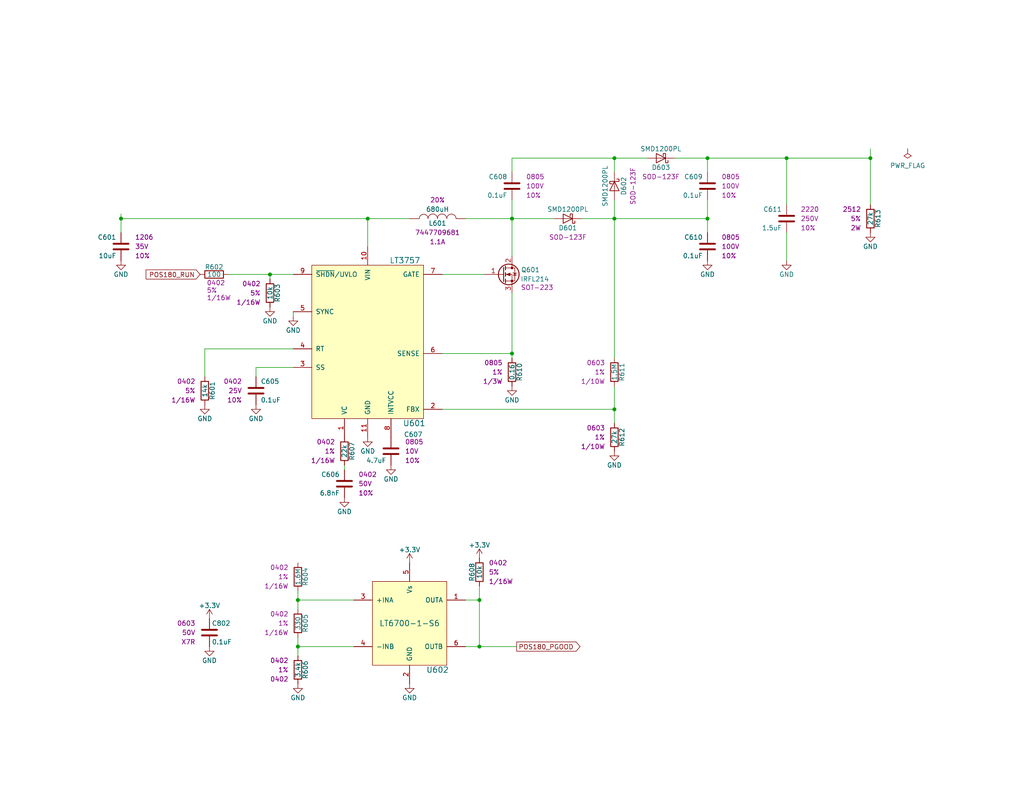
<source format=kicad_sch>
(kicad_sch (version 20230121) (generator eeschema)
  (paper "A")
  (title_block (date "2023-05-12") (rev "PRELIM") (company "Drew Maatman"))
  (lib_symbols
    (symbol "Custom_Library:C_Custom" (pin_numbers hide) (pin_names (offset 0.254))
      (property "Reference" "C" (at 0.635 2.54 0))
      (property "Value" "Custom_Library_C_Custom" (at 0.635 -2.54 0))
      (property "display_footprint" "Foot" (at -3.81 2.54 0))
      (property "Voltage" "V" (at -3.81 0 0))
      (property "Dielectric" "Er" (at -3.81 -2.54 0))
      (symbol "C_Custom_0_1"
        (polyline (pts (xy -2.032 -0.762) (xy 2.032 -0.762)) (stroke (width 0.508)))
        (polyline (pts (xy -2.032 0.762) (xy 2.032 0.762)) (stroke (width 0.508)))
      )
      (symbol "C_Custom_1_1"
        (pin passive line (at 0 3.81 270) (length 2.794) (name "~") (number "1"))
        (pin passive line (at 0 -3.81 90) (length 2.794) (name "~") (number "2"))
      )
    )
    (symbol "Nixie-Clock-rescue:C" (pin_numbers hide) (pin_names (offset 0.254))
      (property "Reference" "C" (at 0.635 2.54 0))
      (property "Value" "C" (at 0.635 -2.54 0))
      (symbol "C_0_1"
        (polyline (pts (xy -2.032 -0.762) (xy 2.032 -0.762)) (stroke (width 0.508)))
        (polyline (pts (xy -2.032 0.762) (xy 2.032 0.762)) (stroke (width 0.508)))
      )
      (symbol "C_1_1"
        (pin passive line (at 0 3.81 270) (length 2.794) (name "~") (number "1"))
        (pin passive line (at 0 -3.81 90) (length 2.794) (name "~") (number "2"))
      )
    )
    (symbol "Nixie-Clock-rescue:D_Schottky" (pin_numbers hide) (pin_names (offset 1.016) hide)
      (property "Reference" "D" (at 0 2.54 0))
      (property "Value" "D_Schottky" (at 0 -2.54 0))
      (symbol "D_Schottky_0_1"
        (polyline (pts (xy 1.27 0) (xy -1.27 0)))
        (polyline (pts (xy 1.27 1.27) (xy 1.27 -1.27) (xy -1.27 0) (xy 1.27 1.27)) (stroke (width 0.2032)))
        (polyline (pts (xy -1.905 0.635) (xy -1.905 1.27) (xy -1.27 1.27) (xy -1.27 -1.27) (xy -0.635 -1.27) (xy -0.635 -0.635)) (stroke (width 0.2032)))
      )
      (symbol "D_Schottky_1_1"
        (pin passive line (at -3.81 0 0) (length 2.54) (name "K") (number "1"))
        (pin passive line (at 3.81 0 180) (length 2.54) (name "A") (number "2"))
      )
    )
    (symbol "Nixie-Clock-rescue:GND" (power) (pin_names (offset 0))
      (property "Value" "GND" (at 0 -3.81 0))
      (symbol "GND_0_1"
        (polyline (pts (xy 0 0) (xy 0 -1.27) (xy 1.27 -1.27) (xy 0 -2.54) (xy -1.27 -1.27) (xy 0 -1.27)))
      )
      (symbol "GND_1_1"
        (pin power_in line (at 0 0 270) (length 0) hide (name "GND") (number "1"))
      )
    )
    (symbol "Nixie-Clock-rescue:INDUCTOR-RESCUE-Nixie_Clock" (pin_numbers hide) (pin_names (offset 1.016) hide)
      (property "Reference" "L" (at -1.27 0 90))
      (property "Value" "INDUCTOR-RESCUE-Nixie_Clock" (at 2.54 0 90))
      (property "Tolerance" "Tol" (at 5.08 0 90))
      (property "Footprint Display" "Foot" (at -3.81 0 90))
      (property "Amperage" "Amp" (at -6.35 0 90))
      (symbol "INDUCTOR-RESCUE-Nixie_Clock_0_1"
        (arc (start 0.0254 -5.0546) (mid 1.2449 -3.8097) (end 0.0254 -2.54))
        (arc (start 0.0254 -2.5146) (mid 1.2703 -1.2444) (end 0.0254 0.0508))
        (arc (start 0.0254 0.0254) (mid 1.2703 1.2956) (end 0.0254 2.5908))
        (arc (start 0.0254 2.5654) (mid 1.1941 3.7595) (end 0.0254 4.9784))
      )
      (symbol "INDUCTOR-RESCUE-Nixie_Clock_1_1"
        (pin passive line (at 0 7.62 270) (length 2.54) (name "1") (number "1"))
        (pin passive line (at 0 -7.62 90) (length 2.54) (name "2") (number "2"))
      )
    )
    (symbol "Nixie-Clock-rescue:LT3757" (pin_names (offset 1.016))
      (property "Reference" "U" (at 12.7 -26.67 0))
      (property "Value" "LT3757" (at 10.16 17.78 0))
      (symbol "LT3757_0_1"
        (rectangle (start -15.24 16.51) (end 15.24 -25.4) (fill (type background)))
      )
      (symbol "LT3757_1_1"
        (pin passive line (at -6.35 -30.48 90) (length 5.08) (name "VC") (number "1"))
        (pin power_in line (at 0 21.59 270) (length 5.08) (name "VIN") (number "10"))
        (pin power_in line (at 0 -30.48 90) (length 5.08) (name "GND") (number "11"))
        (pin input line (at 20.32 -22.86 180) (length 5.08) (name "FBX") (number "2"))
        (pin passive line (at -20.32 -11.43 0) (length 5.08) (name "SS") (number "3"))
        (pin passive line (at -20.32 -6.35 0) (length 5.08) (name "RT") (number "4"))
        (pin input line (at -20.32 3.81 0) (length 5.08) (name "SYNC") (number "5"))
        (pin input line (at 20.32 -7.62 180) (length 5.08) (name "SENSE") (number "6"))
        (pin output line (at 20.32 13.97 180) (length 5.08) (name "GATE") (number "7"))
        (pin passive line (at 6.35 -30.48 90) (length 5.08) (name "INTVCC") (number "8"))
        (pin input line (at -20.32 13.97 0) (length 5.08) (name "~{SHDN}/UVLO") (number "9"))
      )
    )
    (symbol "Nixie-Clock-rescue:LT6700-1-S6" (pin_names (offset 1.016))
      (property "Reference" "U" (at 7.62 -12.7 0))
      (property "Value" "LT6700-1-S6" (at 0 0 0))
      (symbol "LT6700-1-S6_0_1"
        (rectangle (start -10.16 11.43) (end 10.16 -11.43) (fill (type background)))
      )
      (symbol "LT6700-1-S6_1_1"
        (pin open_collector line (at 15.24 6.35 180) (length 5.08) (name "OUTA") (number "1"))
        (pin power_in line (at 0 -16.51 90) (length 5.08) (name "GND") (number "2"))
        (pin input line (at -15.24 6.35 0) (length 5.08) (name "+INA") (number "3"))
        (pin input line (at -15.24 -6.35 0) (length 5.08) (name "-INB") (number "4"))
        (pin power_in line (at 0 16.51 270) (length 5.08) (name "Vs") (number "5"))
        (pin open_collector line (at 15.24 -6.35 180) (length 5.08) (name "OUTB") (number "6"))
      )
    )
    (symbol "Nixie-Clock-rescue:PWR_FLAG" (power) (pin_numbers hide) (pin_names (offset 0) hide)
      (property "Value" "PWR_FLAG" (at 0 3.81 0))
      (symbol "PWR_FLAG_0_0"
        (pin power_out line (at 0 0 90) (length 0) (name "pwr") (number "1"))
      )
      (symbol "PWR_FLAG_0_1"
        (polyline (pts (xy 0 0) (xy 0 1.27) (xy -1.016 1.905) (xy 0 2.54) (xy 1.016 1.905) (xy 0 1.27)))
      )
    )
    (symbol "Nixie-Clock-rescue:Q_NMOS_GDS" (pin_names (offset 0) hide)
      (property "Reference" "Q" (at 5.08 1.27 0))
      (property "Value" "Q_NMOS_GDS" (at 5.08 -1.27 0))
      (symbol "Q_NMOS_GDS_0_1"
        (polyline (pts (xy 0.0508 0) (xy 0.254 0)))
        (polyline (pts (xy 0.762 -1.778) (xy 2.54 -1.778)))
        (polyline (pts (xy 0.762 -1.27) (xy 0.762 -2.286)) (stroke (width 0.254)))
        (polyline (pts (xy 0.762 0) (xy 2.54 0)))
        (polyline (pts (xy 0.762 0.508) (xy 0.762 -0.508)) (stroke (width 0.254)))
        (polyline (pts (xy 0.762 1.778) (xy 2.54 1.778)))
        (polyline (pts (xy 0.762 2.286) (xy 0.762 1.27)) (stroke (width 0.254)))
        (polyline (pts (xy 2.54 -1.778) (xy 2.54 -2.54)))
        (polyline (pts (xy 2.54 -1.778) (xy 2.54 0)))
        (polyline (pts (xy 2.54 2.54) (xy 2.54 1.778)))
        (polyline (pts (xy 0.254 1.905) (xy 0.254 -1.905) (xy 0.254 -1.905)) (stroke (width 0.254)))
        (polyline (pts (xy 1.016 0) (xy 2.032 0.381) (xy 2.032 -0.381) (xy 1.016 0)) (fill (type outline)))
        (polyline (pts (xy 2.54 -1.778) (xy 3.302 -1.778) (xy 3.302 1.778) (xy 2.54 1.778)))
        (polyline (pts (xy 2.794 0.508) (xy 2.921 0.381) (xy 3.683 0.381) (xy 3.81 0.254)))
        (polyline (pts (xy 3.302 0.381) (xy 2.921 -0.254) (xy 3.683 -0.254) (xy 3.302 0.381)))
        (circle (center 1.651 0) (radius 2.8194) (stroke (width 0.254)))
        (circle (center 2.54 -1.778) (radius 0.2794) (fill (type outline)))
        (circle (center 2.54 1.778) (radius 0.2794) (fill (type outline)))
      )
      (symbol "Q_NMOS_GDS_1_1"
        (pin input line (at -5.08 0 0) (length 5.08) (name "G") (number "1"))
        (pin passive line (at 2.54 5.08 270) (length 2.54) (name "D") (number "2"))
        (pin passive line (at 2.54 -5.08 90) (length 2.54) (name "S") (number "3"))
      )
    )
    (symbol "Nixie-Clock-rescue:R" (pin_numbers hide) (pin_names (offset 0))
      (property "Reference" "R" (at 2.032 0 90))
      (property "Value" "R" (at 0 0 90))
      (symbol "R_0_1"
        (rectangle (start -1.016 -2.54) (end 1.016 2.54) (stroke (width 0.254)))
      )
      (symbol "R_1_1"
        (pin passive line (at 0 3.81 270) (length 1.27) (name "~") (number "1"))
        (pin passive line (at 0 -3.81 90) (length 1.27) (name "~") (number "2"))
      )
    )
    (symbol "power:+3.3V" (power) (pin_names (offset 0))
      (property "Value" "+3.3V" (at 0 3.556 0))
      (symbol "+3.3V_0_1"
        (polyline (pts (xy -0.762 1.27) (xy 0 2.54)))
        (polyline (pts (xy 0 0) (xy 0 2.54)))
        (polyline (pts (xy 0 2.54) (xy 0.762 1.27)))
      )
      (symbol "+3.3V_1_1"
        (pin power_in line (at 0 0 90) (length 0) hide (name "+3.3V") (number "1"))
      )
    )
    (symbol "power:GND" (power) (pin_names (offset 0))
      (property "Value" "GND" (at 0 -3.81 0))
      (symbol "GND_0_1"
        (polyline (pts (xy 0 0) (xy 0 -1.27) (xy 1.27 -1.27) (xy 0 -2.54) (xy -1.27 -1.27) (xy 0 -1.27)))
      )
      (symbol "GND_1_1"
        (pin power_in line (at 0 0 270) (length 0) hide (name "GND") (number "1"))
      )
    )
  )
  (junction (at 130.81 176.53))
  (junction (at 100.33 59.69))
  (junction (at 167.64 59.69))
  (junction (at 139.7 96.52))
  (junction (at 130.81 163.83))
  (junction (at 33.02 59.69))
  (junction (at 73.66 74.93))
  (junction (at 81.28 176.53))
  (junction (at 193.04 43.18))
  (junction (at 81.28 163.83))
  (junction (at 139.7 59.69))
  (junction (at 214.63 43.18))
  (junction (at 167.64 111.76))
  (junction (at 237.49 43.18))
  (junction (at 193.04 59.69))
  (junction (at 167.64 43.18))
  (wire (pts (xy 158.75 59.69) (xy 167.64 59.69)))
  (wire (pts (xy 33.02 59.69) (xy 33.02 63.5)))
  (wire (pts (xy 237.49 43.18) (xy 237.49 55.88)))
  (wire (pts (xy 100.33 59.69) (xy 111.76 59.69)))
  (wire (pts (xy 214.63 71.12) (xy 214.63 63.5)))
  (wire (pts (xy 81.28 163.83) (xy 96.52 163.83)))
  (wire (pts (xy 33.02 59.69) (xy 100.33 59.69)))
  (wire (pts (xy 237.49 40.64) (xy 237.49 43.18)))
  (wire (pts (xy 214.63 43.18) (xy 237.49 43.18)))
  (wire (pts (xy 81.28 173.99) (xy 81.28 176.53)))
  (wire (pts (xy 100.33 59.69) (xy 100.33 67.31)))
  (wire (pts (xy 139.7 59.69) (xy 151.13 59.69)))
  (wire (pts (xy 167.64 54.61) (xy 167.64 59.69)))
  (wire (pts (xy 167.64 111.76) (xy 167.64 115.57)))
  (wire (pts (xy 69.85 102.87) (xy 69.85 100.33)))
  (wire (pts (xy 167.64 59.69) (xy 167.64 97.79)))
  (wire (pts (xy 132.08 74.93) (xy 120.65 74.93)))
  (wire (pts (xy 33.02 58.42) (xy 33.02 59.69)))
  (wire (pts (xy 120.65 96.52) (xy 139.7 96.52)))
  (wire (pts (xy 167.64 43.18) (xy 167.64 46.99)))
  (wire (pts (xy 167.64 105.41) (xy 167.64 111.76)))
  (wire (pts (xy 167.64 43.18) (xy 176.53 43.18)))
  (wire (pts (xy 127 176.53) (xy 130.81 176.53)))
  (wire (pts (xy 139.7 59.69) (xy 139.7 69.85)))
  (wire (pts (xy 139.7 54.61) (xy 139.7 59.69)))
  (wire (pts (xy 81.28 176.53) (xy 81.28 179.07)))
  (wire (pts (xy 139.7 96.52) (xy 139.7 97.79)))
  (wire (pts (xy 73.66 74.93) (xy 80.01 74.93)))
  (wire (pts (xy 139.7 43.18) (xy 167.64 43.18)))
  (wire (pts (xy 130.81 176.53) (xy 140.97 176.53)))
  (wire (pts (xy 55.88 95.25) (xy 80.01 95.25)))
  (wire (pts (xy 81.28 176.53) (xy 96.52 176.53)))
  (wire (pts (xy 193.04 43.18) (xy 214.63 43.18)))
  (wire (pts (xy 81.28 163.83) (xy 81.28 166.37)))
  (wire (pts (xy 62.23 74.93) (xy 73.66 74.93)))
  (wire (pts (xy 130.81 163.83) (xy 130.81 176.53)))
  (wire (pts (xy 127 59.69) (xy 139.7 59.69)))
  (wire (pts (xy 120.65 111.76) (xy 167.64 111.76)))
  (wire (pts (xy 184.15 43.18) (xy 193.04 43.18)))
  (wire (pts (xy 193.04 54.61) (xy 193.04 59.69)))
  (wire (pts (xy 167.64 59.69) (xy 193.04 59.69)))
  (wire (pts (xy 69.85 100.33) (xy 80.01 100.33)))
  (wire (pts (xy 73.66 74.93) (xy 73.66 76.2)))
  (wire (pts (xy 130.81 160.02) (xy 130.81 163.83)))
  (wire (pts (xy 81.28 161.29) (xy 81.28 163.83)))
  (wire (pts (xy 193.04 59.69) (xy 193.04 63.5)))
  (wire (pts (xy 214.63 43.18) (xy 214.63 55.88)))
  (wire (pts (xy 55.88 102.87) (xy 55.88 95.25)))
  (wire (pts (xy 80.01 86.36) (xy 80.01 85.09)))
  (wire (pts (xy 193.04 46.99) (xy 193.04 43.18)))
  (wire (pts (xy 139.7 80.01) (xy 139.7 96.52)))
  (wire (pts (xy 93.98 127) (xy 93.98 128.27)))
  (wire (pts (xy 139.7 43.18) (xy 139.7 46.99)))
  (wire (pts (xy 127 163.83) (xy 130.81 163.83)))
  (global_label "POS180_PGOOD" (shape output) (at 140.97 176.53 0) (property "Intersheetrefs" "${INTERSHEET_REFS}" (effects hide)))
  (global_label "POS180_RUN" (shape input) (at 54.61 74.93 180) (property "Intersheetrefs" "${INTERSHEET_REFS}" (effects hide)))
  (symbol (lib_id "Nixie-Clock-rescue:LT3757") (at 100.33 88.9 0) (unit 1)
    (property "Reference" "U601" (at 113.03 115.57 0) (effects (font (size 1.524 1.524))))
    (property "Value" "LT3757" (at 110.49 71.12 0) (effects (font (size 1.524 1.524))))
    (property "Footprint" "Housings_DFN_QFN:DFN-10-1EP_3x3mm_Pitch0.5mm" (effects hide))
    (instances (project "Nixie_Clock_Core" (path "" (reference "U601") (unit 1))) (project "Nixie Clock" (path "" (reference "U401") (unit 1))))
  )
  (symbol (lib_id "Custom_Library:C_Custom") (at 57.15 172.72 0) (unit 1)
    (property "Reference" "C802" (at 57.785 170.18 0) (effects (justify left)))
    (property "Value" "0.1uF" (at 57.785 175.26 0) (effects (justify left)))
    (property "Footprint" "Capacitors_SMD:C_0603" (effects hide))
    (property "display_footprint" "0603" (at 53.34 170.18 0) (effects (justify right)))
    (property "Voltage" "50V" (at 53.34 172.72 0) (effects (justify right)))
    (property "Dielectric" "X7R" (at 53.34 175.26 0) (effects (justify right)))
    (property "Digi-Key PN" "399-7845-1-ND" (effects hide))
    (instances (project "Analog_Clock" (path "" (reference "C802") (unit 1))) (project "Nixie_Clock_Core" (path "" (reference "C802") (unit 1)) (path "" (reference "C602") (unit 1))))
  )
  (symbol (lib_id "Nixie-Clock-rescue:R") (at 139.7 101.6 0) (unit 1)
    (property "Reference" "R610" (at 141.732 101.6 90))
    (property "Value" "0.16" (at 139.7 101.6 90))
    (property "Footprint" "Resistors_SMD:R_0805" (effects hide))
    (property "Wattage" "1/3W" (at 137.16 104.14 0) (effects (justify right)))
    (property "Tolerance" "1%" (at 137.16 101.6 0) (effects (justify right)))
    (property "Footprint Display" "0805" (at 137.16 99.06 0) (effects (justify right)))
    (instances (project "Nixie_Clock_Core" (path "" (reference "R610") (unit 1))) (project "Nixie Clock" (path "" (reference "R404") (unit 1))))
  )
  (symbol (lib_id "Nixie-Clock-rescue:C") (at 93.98 132.08 0) (unit 1)
    (property "Reference" "C606" (at 92.71 129.54 0) (effects (justify right)))
    (property "Value" "6.8nF" (at 92.71 134.62 0) (effects (justify right)))
    (property "Footprint" "Capacitors_SMD:C_0402" (effects hide))
    (property "Voltage" "50V" (at 97.79 132.08 0) (effects (justify left)))
    (property "Tolerance" "10%" (at 97.79 134.62 0) (effects (justify left)))
    (property "Footprint Display" "0402" (at 97.79 129.54 0) (effects (justify left)))
    (instances (project "Nixie_Clock_Core" (path "" (reference "C606") (unit 1))) (project "Nixie Clock" (path "" (reference "C408") (unit 1))))
  )
  (symbol (lib_id "Nixie-Clock-rescue:R") (at 167.64 101.6 0) (unit 1)
    (property "Reference" "R611" (at 169.672 101.6 90))
    (property "Value" "1.5M" (at 167.64 101.6 90))
    (property "Footprint" "Resistors_SMD:R_0603" (effects hide))
    (property "Wattage" "1/10W" (at 165.1 104.14 0) (effects (justify right)))
    (property "Tolerance" "1%" (at 165.1 101.6 0) (effects (justify right)))
    (property "Footprint Display" "0603" (at 165.1 99.06 0) (effects (justify right)))
    (instances (project "Nixie_Clock_Core" (path "" (reference "R611") (unit 1))) (project "Nixie Clock" (path "" (reference "R405") (unit 1))))
  )
  (symbol (lib_id "Nixie-Clock-rescue:GND") (at 55.88 110.49 0) (unit 1)
    (property "Reference" "#PWR0605" (effects hide))
    (property "Value" "GND" (at 55.88 114.3 0))
    (instances (project "Nixie_Clock_Core" (path "" (reference "#PWR0605") (unit 1))) (project "Nixie Clock" (path "" (reference "#PWR043") (unit 1))))
  )
  (symbol (lib_id "Nixie-Clock-rescue:R") (at 73.66 80.01 0) (unit 1)
    (property "Reference" "R603" (at 75.692 80.01 90))
    (property "Value" "10k" (at 73.66 80.01 90))
    (property "Footprint" "Resistors_SMD:R_0402" (effects hide))
    (property "Wattage" "1/16W" (at 71.12 82.55 0) (effects (justify right)))
    (property "Tolerance" "5%" (at 71.12 80.01 0) (effects (justify right)))
    (property "Footprint Display" "0402" (at 71.12 77.47 0) (effects (justify right)))
    (instances (project "Nixie_Clock_Core" (path "" (reference "R603") (unit 1))) (project "Nixie Clock" (path "" (reference "R403") (unit 1))))
  )
  (symbol (lib_id "Nixie-Clock-rescue:GND") (at 73.66 83.82 0) (unit 1)
    (property "Reference" "#PWR0607" (effects hide))
    (property "Value" "GND" (at 73.66 87.63 0))
    (instances (project "Nixie_Clock_Core" (path "" (reference "#PWR0607") (unit 1))) (project "Nixie Clock" (path "" (reference "#PWR045") (unit 1))))
  )
  (symbol (lib_id "Nixie-Clock-rescue:GND") (at 237.49 63.5 0) (unit 1)
    (property "Reference" "#PWR0622" (effects hide))
    (property "Value" "GND" (at 237.49 67.31 0))
    (instances (project "Nixie_Clock_Core" (path "" (reference "#PWR0622") (unit 1))) (project "Nixie Clock" (path "" (reference "#PWR048") (unit 1))))
  )
  (symbol (lib_id "Nixie-Clock-rescue:GND") (at 80.01 86.36 0) (unit 1)
    (property "Reference" "#PWR0608" (effects hide))
    (property "Value" "GND" (at 80.01 90.17 0))
    (instances (project "Nixie_Clock_Core" (path "" (reference "#PWR0608") (unit 1))) (project "Nixie Clock" (path "" (reference "#PWR044") (unit 1))))
  )
  (symbol (lib_id "Nixie-Clock-rescue:GND") (at 100.33 119.38 0) (unit 1)
    (property "Reference" "#PWR0612" (effects hide))
    (property "Value" "GND" (at 100.33 123.19 0))
    (instances (project "Nixie_Clock_Core" (path "" (reference "#PWR0612") (unit 1))) (project "Nixie Clock" (path "" (reference "#PWR040") (unit 1))))
  )
  (symbol (lib_id "Nixie-Clock-rescue:GND") (at 33.02 71.12 0) (unit 1)
    (property "Reference" "#PWR0602" (effects hide))
    (property "Value" "GND" (at 33.02 74.93 0))
    (instances (project "Nixie_Clock_Core" (path "" (reference "#PWR0602") (unit 1))) (project "Nixie Clock" (path "" (reference "#PWR046") (unit 1))))
  )
  (symbol (lib_id "power:+3.3V") (at 57.15 168.91 0) (unit 1)
    (property "Reference" "#PWR0809" (effects hide))
    (property "Value" "+3.3V" (at 57.15 165.354 0))
    (instances (project "Analog_Clock" (path "" (reference "#PWR0809") (unit 1))) (project "Nixie_Clock_Core" (path "" (reference "#PWR0809") (unit 1)) (path "" (reference "#PWR0601") (unit 1))))
  )
  (symbol (lib_id "Nixie-Clock-rescue:GND") (at 193.04 71.12 0) (unit 1)
    (property "Reference" "#PWR0619" (effects hide))
    (property "Value" "GND" (at 193.04 74.93 0))
    (instances (project "Nixie_Clock_Core" (path "" (reference "#PWR0619") (unit 1))) (project "Nixie Clock" (path "" (reference "#PWR050") (unit 1))))
  )
  (symbol (lib_id "Nixie-Clock-rescue:C") (at 214.63 59.69 0) (unit 1)
    (property "Reference" "C611" (at 213.36 57.15 0) (effects (justify right)))
    (property "Value" "1.5uF" (at 213.36 62.23 0) (effects (justify right)))
    (property "Footprint" "Capacitors_SMD:C_2220" (effects hide))
    (property "Voltage" "250V" (at 218.44 59.69 0) (effects (justify left)))
    (property "Tolerance" "10%" (at 218.44 62.23 0) (effects (justify left)))
    (property "Footprint Display" "2220" (at 218.44 57.15 0) (effects (justify left)))
    (instances (project "Nixie_Clock_Core" (path "" (reference "C611") (unit 1))) (project "Nixie Clock" (path "" (reference "C403") (unit 1))))
  )
  (symbol (lib_id "Nixie-Clock-rescue:C") (at 193.04 50.8 0) (unit 1)
    (property "Reference" "C609" (at 191.77 48.26 0) (effects (justify right)))
    (property "Value" "0.1uF" (at 191.77 53.34 0) (effects (justify right)))
    (property "Footprint" "Capacitors_SMD:C_0805" (effects hide))
    (property "Voltage" "100V" (at 196.85 50.8 0) (effects (justify left)))
    (property "Tolerance" "10%" (at 196.85 53.34 0) (effects (justify left)))
    (property "Footprint Display" "0805" (at 196.85 48.26 0) (effects (justify left)))
    (instances (project "Nixie_Clock_Core" (path "" (reference "C609") (unit 1))) (project "Nixie Clock" (path "" (reference "C402") (unit 1))))
  )
  (symbol (lib_id "Nixie-Clock-rescue:GND") (at 81.28 186.69 0) (unit 1)
    (property "Reference" "#PWR0610" (effects hide))
    (property "Value" "GND" (at 81.28 190.5 0))
    (instances (project "Nixie_Clock_Core" (path "" (reference "#PWR0610") (unit 1))) (project "Nixie Clock" (path "" (reference "#PWR054") (unit 1))))
  )
  (symbol (lib_id "Nixie-Clock-rescue:R") (at 81.28 182.88 0) (unit 1)
    (property "Reference" "R606" (at 83.312 182.88 90))
    (property "Value" "3.4k" (at 81.28 182.88 90))
    (property "Footprint" "Resistors_SMD:R_0402" (effects hide))
    (property "Wattage" "0402" (at 78.74 185.42 0) (effects (justify right)))
    (property "Tolerance" "1%" (at 78.74 182.88 0) (effects (justify right)))
    (property "Footprint Display" "0402" (at 78.74 180.34 0) (effects (justify right)))
    (instances (project "Nixie_Clock_Core" (path "" (reference "R606") (unit 1))) (project "Nixie Clock" (path "" (reference "R412") (unit 1))))
  )
  (symbol (lib_id "Nixie-Clock-rescue:GND") (at 106.68 127 0) (unit 1)
    (property "Reference" "#PWR0613" (effects hide))
    (property "Value" "GND" (at 106.68 130.81 0))
    (instances (project "Nixie_Clock_Core" (path "" (reference "#PWR0613") (unit 1))) (project "Nixie Clock" (path "" (reference "#PWR039") (unit 1))))
  )
  (symbol (lib_id "power:+3.3V") (at 111.76 153.67 0) (unit 1)
    (property "Reference" "#PWR0809" (effects hide))
    (property "Value" "+3.3V" (at 111.76 150.114 0))
    (instances (project "Analog_Clock" (path "" (reference "#PWR0809") (unit 1))) (project "Nixie_Clock_Core" (path "" (reference "#PWR0809") (unit 1)) (path "" (reference "#PWR0604") (unit 1))))
  )
  (symbol (lib_id "Nixie-Clock-rescue:GND") (at 111.76 186.69 0) (unit 1)
    (property "Reference" "#PWR0615" (effects hide))
    (property "Value" "GND" (at 111.76 190.5 0))
    (instances (project "Nixie_Clock_Core" (path "" (reference "#PWR0615") (unit 1))) (project "Nixie Clock" (path "" (reference "#PWR053") (unit 1))))
  )
  (symbol (lib_id "Nixie-Clock-rescue:INDUCTOR-RESCUE-Nixie_Clock") (at 119.38 59.69 90) (unit 1)
    (property "Reference" "L601" (at 119.38 60.96 90))
    (property "Value" "680uH" (at 119.38 57.15 90))
    (property "Footprint" "Custom Footprints:Wurth_7447709681" (effects hide))
    (property "Tolerance" "20%" (at 119.38 54.61 90))
    (property "Footprint Display" "7447709681" (at 119.38 63.5 90))
    (property "Amperage" "1.1A" (at 119.38 66.04 90))
    (instances (project "Nixie_Clock_Core" (path "" (reference "L601") (unit 1))) (project "Nixie Clock" (path "" (reference "L401") (unit 1))))
  )
  (symbol (lib_id "Nixie-Clock-rescue:GND") (at 139.7 105.41 0) (unit 1)
    (property "Reference" "#PWR0617" (effects hide))
    (property "Value" "GND" (at 139.7 109.22 0))
    (instances (project "Nixie_Clock_Core" (path "" (reference "#PWR0617") (unit 1))) (project "Nixie Clock" (path "" (reference "#PWR038") (unit 1))))
  )
  (symbol (lib_id "Nixie-Clock-rescue:GND") (at 214.63 71.12 0) (unit 1)
    (property "Reference" "#PWR0620" (effects hide))
    (property "Value" "GND" (at 214.63 74.93 0))
    (instances (project "Nixie_Clock_Core" (path "" (reference "#PWR0620") (unit 1))) (project "Nixie Clock" (path "" (reference "#PWR049") (unit 1))))
  )
  (symbol (lib_id "Nixie-Clock-rescue:C") (at 139.7 50.8 0) (unit 1)
    (property "Reference" "C608" (at 138.43 48.26 0) (effects (justify right)))
    (property "Value" "0.1uF" (at 138.43 53.34 0) (effects (justify right)))
    (property "Footprint" "Capacitors_SMD:C_0805" (effects hide))
    (property "Voltage" "100V" (at 143.51 50.8 0) (effects (justify left)))
    (property "Tolerance" "10%" (at 143.51 53.34 0) (effects (justify left)))
    (property "Footprint Display" "0805" (at 143.51 48.26 0) (effects (justify left)))
    (instances (project "Nixie_Clock_Core" (path "" (reference "C608") (unit 1))) (project "Nixie Clock" (path "" (reference "C401") (unit 1))))
  )
  (symbol (lib_id "Nixie-Clock-rescue:PWR_FLAG") (at 247.65 40.64 180) (unit 1)
    (property "Reference" "#FLG0601" (effects hide))
    (property "Value" "PWR_FLAG" (at 247.65 45.212 0))
    (instances (project "Nixie_Clock_Core" (path "" (reference "#FLG0601") (unit 1))) (project "Nixie Clock" (path "" (reference "#FLG060") (unit 1))))
  )
  (symbol (lib_id "Nixie-Clock-rescue:R") (at 81.28 170.18 0) (unit 1)
    (property "Reference" "R605" (at 83.312 170.18 90))
    (property "Value" "330" (at 81.28 170.18 90))
    (property "Footprint" "Resistors_SMD:R_0402" (effects hide))
    (property "Wattage" "1/16W" (at 78.74 172.72 0) (effects (justify right)))
    (property "Tolerance" "1%" (at 78.74 170.18 0) (effects (justify right)))
    (property "Footprint Display" "0402" (at 78.74 167.64 0) (effects (justify right)))
    (instances (project "Nixie_Clock_Core" (path "" (reference "R605") (unit 1))) (project "Nixie Clock" (path "" (reference "R411") (unit 1))))
  )
  (symbol (lib_id "Nixie-Clock-rescue:R") (at 55.88 106.68 0) (unit 1)
    (property "Reference" "R601" (at 57.912 106.68 90))
    (property "Value" "14k" (at 55.88 106.68 90))
    (property "Footprint" "Resistors_SMD:R_0402" (effects hide))
    (property "Wattage" "1/16W" (at 53.34 109.22 0) (effects (justify right)))
    (property "Tolerance" "5%" (at 53.34 106.68 0) (effects (justify right)))
    (property "Footprint Display" "0402" (at 53.34 104.14 0) (effects (justify right)))
    (instances (project "Nixie_Clock_Core" (path "" (reference "R601") (unit 1))) (project "Nixie Clock" (path "" (reference "R406") (unit 1))))
  )
  (symbol (lib_id "Nixie-Clock-rescue:R") (at 81.28 157.48 0) (unit 1)
    (property "Reference" "R604" (at 83.312 157.48 90))
    (property "Value" "1.6M" (at 81.28 157.48 90))
    (property "Footprint" "Resistors_SMD:R_0402" (effects hide))
    (property "Wattage" "1/16W" (at 78.74 160.02 0) (effects (justify right)))
    (property "Tolerance" "1%" (at 78.74 157.48 0) (effects (justify right)))
    (property "Footprint Display" "0402" (at 78.74 154.94 0) (effects (justify right)))
    (instances (project "Nixie_Clock_Core" (path "" (reference "R604") (unit 1))) (project "Nixie Clock" (path "" (reference "R410") (unit 1))))
  )
  (symbol (lib_id "Nixie-Clock-rescue:R") (at 93.98 123.19 0) (unit 1)
    (property "Reference" "R607" (at 96.012 123.19 90))
    (property "Value" "22k" (at 93.98 123.19 90))
    (property "Footprint" "Resistors_SMD:R_0402" (effects hide))
    (property "Wattage" "1/16W" (at 91.44 125.73 0) (effects (justify right)))
    (property "Tolerance" "1%" (at 91.44 123.19 0) (effects (justify right)))
    (property "Footprint Display" "0402" (at 91.44 120.65 0) (effects (justify right)))
    (instances (project "Nixie_Clock_Core" (path "" (reference "R607") (unit 1))) (project "Nixie Clock" (path "" (reference "R408") (unit 1))))
  )
  (symbol (lib_id "Nixie-Clock-rescue:R") (at 58.42 74.93 90) (unit 1)
    (property "Reference" "R602" (at 58.42 72.898 90))
    (property "Value" "100" (at 58.42 74.93 90))
    (property "Footprint" "Resistors_SMD:R_0402" (effects hide))
    (property "Wattage" "1/16W" (at 56.388 81.28 90) (effects (justify right)))
    (property "Tolerance" "5%" (at 56.388 79.248 90) (effects (justify right)))
    (property "Footprint Display" "0402" (at 56.388 77.216 90) (effects (justify right)))
    (instances (project "Nixie_Clock_Core" (path "" (reference "R602") (unit 1))) (project "Nixie Clock" (path "" (reference "R402") (unit 1))))
  )
  (symbol (lib_id "Nixie-Clock-rescue:Q_NMOS_GDS") (at 137.16 74.93 0) (unit 1)
    (property "Reference" "Q601" (at 147.32 73.66 0) (effects (justify right)))
    (property "Value" "IRFL214" (at 149.86 76.2 0) (effects (justify right)))
    (property "Footprint" "Custom Footprints:SOT-223_3" (effects hide))
    (property "Footprint Display" "SOT-223" (at 146.558 78.486 0))
    (instances (project "Nixie_Clock_Core" (path "" (reference "Q601") (unit 1))) (project "Nixie Clock" (path "" (reference "Q401") (unit 1))))
  )
  (symbol (lib_id "Nixie-Clock-rescue:C") (at 106.68 123.19 0) (unit 1)
    (property "Reference" "C607" (at 115.316 118.618 0) (effects (justify right)))
    (property "Value" "4.7uF" (at 105.41 125.73 0) (effects (justify right)))
    (property "Footprint" "Capacitors_SMD:C_0805" (effects hide))
    (property "Voltage" "10V" (at 110.49 123.19 0) (effects (justify left)))
    (property "Tolerance" "10%" (at 110.49 125.73 0) (effects (justify left)))
    (property "Footprint Display" "0805" (at 110.49 120.65 0) (effects (justify left)))
    (instances (project "Nixie_Clock_Core" (path "" (reference "C607") (unit 1))) (project "Nixie Clock" (path "" (reference "C407") (unit 1))))
  )
  (symbol (lib_id "Nixie-Clock-rescue:GND") (at 69.85 110.49 0) (unit 1)
    (property "Reference" "#PWR0606" (effects hide))
    (property "Value" "GND" (at 69.85 114.3 0))
    (instances (project "Nixie_Clock_Core" (path "" (reference "#PWR0606") (unit 1))) (project "Nixie Clock" (path "" (reference "#PWR042") (unit 1))))
  )
  (symbol (lib_id "Nixie-Clock-rescue:GND") (at 167.64 123.19 0) (unit 1)
    (property "Reference" "#PWR0618" (effects hide))
    (property "Value" "GND" (at 167.64 127 0))
    (instances (project "Nixie_Clock_Core" (path "" (reference "#PWR0618") (unit 1))) (project "Nixie Clock" (path "" (reference "#PWR047") (unit 1))))
  )
  (symbol (lib_id "Nixie-Clock-rescue:R") (at 167.64 119.38 0) (unit 1)
    (property "Reference" "R612" (at 169.672 119.38 90))
    (property "Value" "27k" (at 167.64 119.38 90))
    (property "Footprint" "Resistors_SMD:R_0603" (effects hide))
    (property "Wattage" "1/10W" (at 165.1 121.92 0) (effects (justify right)))
    (property "Tolerance" "1%" (at 165.1 119.38 0) (effects (justify right)))
    (property "Footprint Display" "0603" (at 165.1 116.84 0) (effects (justify right)))
    (instances (project "Nixie_Clock_Core" (path "" (reference "R612") (unit 1))) (project "Nixie Clock" (path "" (reference "R407") (unit 1))))
  )
  (symbol (lib_id "Nixie-Clock-rescue:C") (at 69.85 106.68 0) (mirror y) (unit 1)
    (property "Reference" "C605" (at 71.12 104.14 0) (effects (justify right)))
    (property "Value" "0.1uF" (at 71.12 109.22 0) (effects (justify right)))
    (property "Footprint" "Capacitors_SMD:C_0402" (effects hide))
    (property "Voltage" "25V" (at 66.04 106.68 0) (effects (justify left)))
    (property "Tolerance" "10%" (at 66.04 109.22 0) (effects (justify left)))
    (property "Footprint Display" "0402" (at 66.04 104.14 0) (effects (justify left)))
    (instances (project "Nixie_Clock_Core" (path "" (reference "C605") (unit 1))) (project "Nixie Clock" (path "" (reference "C406") (unit 1))))
  )
  (symbol (lib_id "Nixie-Clock-rescue:C") (at 193.04 67.31 0) (unit 1)
    (property "Reference" "C610" (at 191.77 64.77 0) (effects (justify right)))
    (property "Value" "0.1uF" (at 191.77 69.85 0) (effects (justify right)))
    (property "Footprint" "Capacitors_SMD:C_0805" (effects hide))
    (property "Voltage" "100V" (at 196.85 67.31 0) (effects (justify left)))
    (property "Tolerance" "10%" (at 196.85 69.85 0) (effects (justify left)))
    (property "Footprint Display" "0805" (at 196.85 64.77 0) (effects (justify left)))
    (instances (project "Nixie_Clock_Core" (path "" (reference "C610") (unit 1))) (project "Nixie Clock" (path "" (reference "C404") (unit 1))))
  )
  (symbol (lib_id "Nixie-Clock-rescue:LT6700-1-S6") (at 111.76 170.18 0) (unit 1)
    (property "Reference" "U602" (at 119.38 182.88 0) (effects (font (size 1.524 1.524))))
    (property "Value" "LT6700-1-S6" (at 111.76 170.18 0) (effects (font (size 1.524 1.524))))
    (property "Footprint" "TO_SOT_Packages_SMD:SOT-23-6" (effects hide))
    (instances (project "Nixie_Clock_Core" (path "" (reference "U602") (unit 1))) (project "Nixie Clock" (path "" (reference "U402") (unit 1))))
  )
  (symbol (lib_id "Nixie-Clock-rescue:R") (at 237.49 59.69 0) (unit 1)
    (property "Reference" "R613" (at 239.522 59.69 90))
    (property "Value" "27k" (at 237.49 59.69 90))
    (property "Footprint" "Resistors_SMD:R_2512" (effects hide))
    (property "Wattage" "2W" (at 234.95 62.23 0) (effects (justify right)))
    (property "Tolerance" "5%" (at 234.95 59.69 0) (effects (justify right)))
    (property "Footprint Display" "2512" (at 234.95 57.15 0) (effects (justify right)))
    (instances (project "Nixie_Clock_Core" (path "" (reference "R613") (unit 1))) (project "Nixie Clock" (path "" (reference "R401") (unit 1))))
  )
  (symbol (lib_id "Nixie-Clock-rescue:D_Schottky") (at 180.34 43.18 180) (unit 1)
    (property "Reference" "D603" (at 180.34 45.72 0))
    (property "Value" "SMD1200PL" (at 180.34 40.64 0))
    (property "Footprint" "Diodes_SMD:D_SOD-123F" (effects hide))
    (property "Footprint Display" "SOD-123F" (at 180.34 48.26 0))
    (instances (project "Nixie_Clock_Core" (path "" (reference "D603") (unit 1))) (project "Nixie Clock" (path "" (reference "D401") (unit 1))))
  )
  (symbol (lib_id "Nixie-Clock-rescue:D_Schottky") (at 154.94 59.69 180) (unit 1)
    (property "Reference" "D601" (at 154.94 62.23 0))
    (property "Value" "SMD1200PL" (at 154.94 57.15 0))
    (property "Footprint" "Diodes_SMD:D_SOD-123F" (effects hide))
    (property "Footprint Display" "SOD-123F" (at 154.94 64.77 0))
    (instances (project "Nixie_Clock_Core" (path "" (reference "D601") (unit 1))) (project "Nixie Clock" (path "" (reference "D403") (unit 1))))
  )
  (symbol (lib_id "power:+3.3V") (at 130.81 152.4 0) (unit 1)
    (property "Reference" "#PWR0809" (effects hide))
    (property "Value" "+3.3V" (at 130.81 148.844 0))
    (instances (project "Analog_Clock" (path "" (reference "#PWR0809") (unit 1))) (project "Nixie_Clock_Core" (path "" (reference "#PWR0809") (unit 1)) (path "" (reference "#PWR0609") (unit 1))))
  )
  (symbol (lib_id "Nixie-Clock-rescue:R") (at 130.81 156.21 0) (mirror y) (unit 1)
    (property "Reference" "R608" (at 128.778 156.21 90))
    (property "Value" "10k" (at 130.81 156.21 90))
    (property "Footprint" "Resistors_SMD:R_0402" (effects hide))
    (property "Wattage" "1/16W" (at 133.35 158.75 0) (effects (justify right)))
    (property "Tolerance" "5%" (at 133.35 156.21 0) (effects (justify right)))
    (property "Footprint Display" "0402" (at 133.35 153.67 0) (effects (justify right)))
    (instances (project "Nixie_Clock_Core" (path "" (reference "R608") (unit 1))) (project "Nixie Clock" (path "" (reference "R403") (unit 1))))
  )
  (symbol (lib_id "Nixie-Clock-rescue:C") (at 33.02 67.31 0) (unit 1)
    (property "Reference" "C601" (at 31.75 64.77 0) (effects (justify right)))
    (property "Value" "10uF" (at 31.75 69.85 0) (effects (justify right)))
    (property "Footprint" "Capacitors_SMD:C_1206" (effects hide))
    (property "Voltage" "35V" (at 36.83 67.31 0) (effects (justify left)))
    (property "Tolerance" "10%" (at 36.83 69.85 0) (effects (justify left)))
    (property "Footprint Display" "1206" (at 36.83 64.77 0) (effects (justify left)))
    (instances (project "Nixie_Clock_Core" (path "" (reference "C601") (unit 1))) (project "Nixie Clock" (path "" (reference "C405") (unit 1))))
  )
  (symbol (lib_id "power:GND") (at 57.15 176.53 0) (unit 1)
    (property "Reference" "#PWR0810" (effects hide))
    (property "Value" "GND" (at 57.15 180.34 0))
    (instances (project "Analog_Clock" (path "" (reference "#PWR0810") (unit 1))) (project "Nixie_Clock_Core" (path "" (reference "#PWR0810") (unit 1)) (path "" (reference "#PWR0603") (unit 1))))
  )
  (symbol (lib_id "Nixie-Clock-rescue:D_Schottky") (at 167.64 50.8 270) (unit 1)
    (property "Reference" "D602" (at 170.18 50.8 0))
    (property "Value" "SMD1200PL" (at 165.1 50.8 0))
    (property "Footprint" "Diodes_SMD:D_SOD-123F" (effects hide))
    (property "Footprint Display" "SOD-123F" (at 172.72 50.8 0))
    (instances (project "Nixie_Clock_Core" (path "" (reference "D602") (unit 1))) (project "Nixie Clock" (path "" (reference "D402") (unit 1))))
  )
  (symbol (lib_id "Nixie-Clock-rescue:GND") (at 93.98 135.89 0) (unit 1)
    (property "Reference" "#PWR0611" (effects hide))
    (property "Value" "GND" (at 93.98 139.7 0))
    (instances (project "Nixie_Clock_Core" (path "" (reference "#PWR0611") (unit 1))) (project "Nixie Clock" (path "" (reference "#PWR041") (unit 1))))
  )
)
</source>
